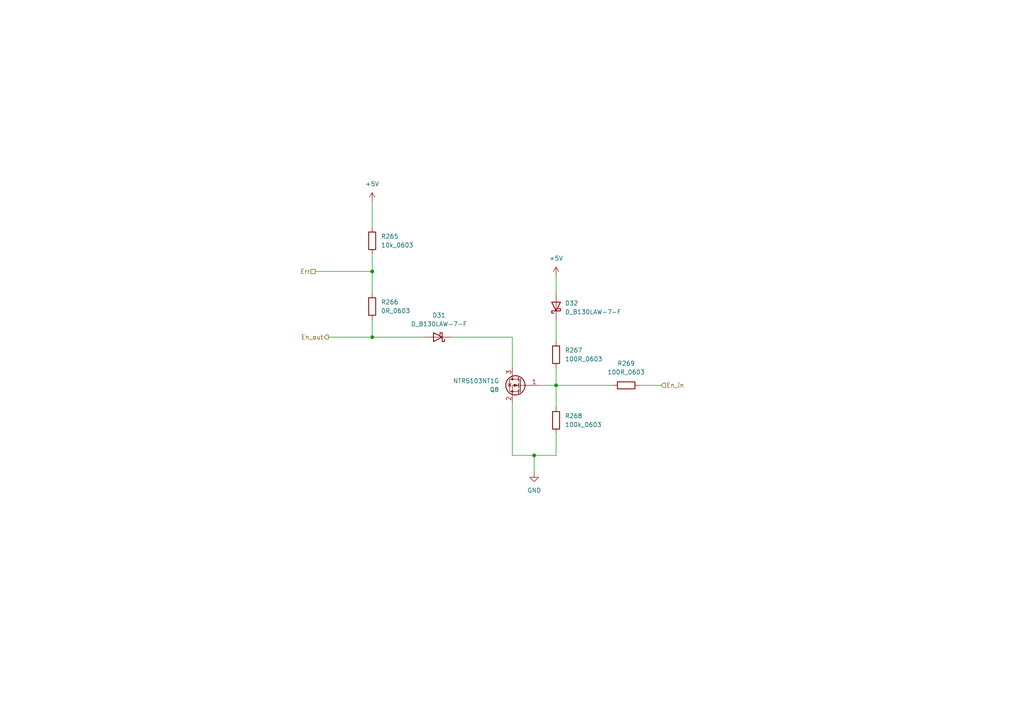
<source format=kicad_sch>
(kicad_sch (version 20250114) (generator "eeschema") (generator_version "9.0")
  (paper "A4")
  (lib_symbols
    (symbol "WLIB_D:D_B130LAW-7-F" (pin_numbers (hide yes)) (pin_names (offset 1.016) (hide yes))
      (property "Reference" "D" (at 0 2.54 0))
      (property "Value" "D_B130LAW-7-F" (at 0 -2.54 0))
      (symbol "D_B130LAW-7-F_0_1"
        (polyline (pts (xy -1.905 0.635) (xy -1.905 1.27) (xy -1.27 1.27) (xy -1.27 -1.27) (xy -0.635 -1.27) (xy -0.635 -0.635)) (stroke (width 0.254)))
        (polyline (pts (xy 1.27 1.27) (xy 1.27 -1.27) (xy -1.27 0) (xy 1.27 1.27)) (stroke (width 0.254)))
        (polyline (pts (xy 1.27 0) (xy -1.27 0)))
      )
      (symbol "D_B130LAW-7-F_1_1"
        (pin passive line (at -3.81 0 0) (length 2.54) (name "K") (number "1"))
        (pin passive line (at 3.81 0 180) (length 2.54) (name "A") (number "2"))
      )
    )
    (symbol "WLIB_Q:NTR5103NT1G" (pin_names (offset 0) (hide yes))
      (property "Reference" "Q" (at 0 6.35 0))
      (property "Value" "NTR5103NT1G" (at 0 3.81 0))
      (symbol "NTR5103NT1G_1_1"
        (polyline (pts (xy -2.54 0) (xy -1.778 0)))
        (polyline (pts (xy -2.286 -1.778) (xy -1.27 -1.778)) (stroke (width 0.254)))
        (polyline (pts (xy -1.905 -2.286) (xy 1.905 -2.286)) (stroke (width 0.254)))
        (circle (center -1.778 0) (radius 0.254) (fill (type outline)))
        (polyline (pts (xy -0.508 0.254) (xy -0.381 0.381) (xy -0.381 1.143) (xy -0.254 1.27)))
        (polyline (pts (xy -0.508 -1.778) (xy 0.508 -1.778)) (stroke (width 0.254)))
        (polyline (pts (xy -0.381 0.762) (xy 0.254 0.381) (xy 0.254 1.143) (xy -0.381 0.762)))
        (circle (center 0 -0.889) (radius 2.794) (stroke (width 0.254)))
        (polyline (pts (xy 0 -1.524) (xy -0.381 -0.508) (xy 0.381 -0.508) (xy 0 -1.524)) (fill (type outline)))
        (polyline (pts (xy 0 -2.286) (xy 0 -5.08)))
        (polyline (pts (xy 1.27 -1.778) (xy 2.286 -1.778)) (stroke (width 0.254)))
        (circle (center 1.778 0) (radius 0.254) (fill (type outline)))
        (polyline (pts (xy 1.778 -1.778) (xy 1.778 0.762) (xy -1.778 0.762) (xy -1.778 -1.778)))
        (polyline (pts (xy 2.54 0) (xy 0 0) (xy 0 -1.778)))
        (pin passive line (at -5.08 0 0) (length 2.54) (name "D") (number "3"))
        (pin input line (at 0 -7.62 90) (length 2.54) (name "G") (number "1"))
        (pin passive line (at 5.08 0 180) (length 2.54) (name "S") (number "2"))
      )
    )
    (symbol "WLIB_R:0R_0603" (pin_numbers (hide yes)) (pin_names (offset 0))
      (property "Reference" "R" (at 2.032 0 90))
      (property "Value" "0R_0603" (at -2.54 0 90))
      (symbol "0R_0603_0_1"
        (rectangle (start -1.016 -2.54) (end 1.016 2.54) (stroke (width 0.254)))
      )
      (symbol "0R_0603_1_1"
        (pin passive line (at 0 3.81 270) (length 1.27) (name "~") (number "1"))
        (pin passive line (at 0 -3.81 90) (length 1.27) (name "~") (number "2"))
      )
    )
    (symbol "WLIB_R:100R_0603" (pin_numbers (hide yes)) (pin_names (offset 0))
      (property "Reference" "R" (at 2.032 0 90))
      (property "Value" "100R_0603" (at -2.54 0 90))
      (symbol "100R_0603_0_1"
        (rectangle (start -1.016 -2.54) (end 1.016 2.54) (stroke (width 0.254)))
      )
      (symbol "100R_0603_1_1"
        (pin passive line (at 0 3.81 270) (length 1.27) (name "~") (number "1"))
        (pin passive line (at 0 -3.81 90) (length 1.27) (name "~") (number "2"))
      )
    )
    (symbol "WLIB_R:100k_0603" (pin_numbers (hide yes)) (pin_names (offset 0))
      (property "Reference" "R" (at 2.032 0 90))
      (property "Value" "100k_0603" (at -2.54 0 90))
      (symbol "100k_0603_0_1"
        (rectangle (start -1.016 -2.54) (end 1.016 2.54) (stroke (width 0.254)))
      )
      (symbol "100k_0603_1_1"
        (pin passive line (at 0 3.81 270) (length 1.27) (name "~") (number "1"))
        (pin passive line (at 0 -3.81 90) (length 1.27) (name "~") (number "2"))
      )
    )
    (symbol "WLIB_R:10k_0603" (pin_numbers (hide yes)) (pin_names (offset 0))
      (property "Reference" "R" (at 2.032 0 90))
      (property "Value" "10k_0603" (at -2.54 0 90))
      (symbol "10k_0603_0_1"
        (rectangle (start -1.016 -2.54) (end 1.016 2.54) (stroke (width 0.254)))
      )
      (symbol "10k_0603_1_1"
        (pin passive line (at 0 3.81 270) (length 1.27) (name "~") (number "1"))
        (pin passive line (at 0 -3.81 90) (length 1.27) (name "~") (number "2"))
      )
    )
    (symbol "power:+5V" (power) (pin_numbers (hide yes)) (pin_names (offset 0) (hide yes))
      (property "Value" "+5V" (at 0 3.556 0))
      (symbol "+5V_0_1"
        (polyline (pts (xy -0.762 1.27) (xy 0 2.54)))
        (polyline (pts (xy 0 2.54) (xy 0.762 1.27)))
        (polyline (pts (xy 0 0) (xy 0 2.54)))
      )
      (symbol "+5V_1_1"
        (pin power_in line (at 0 0 90) (length 0) (name "~") (number "1"))
      )
    )
    (symbol "power:GND" (power) (pin_numbers (hide yes)) (pin_names (offset 0) (hide yes))
      (property "Value" "GND" (at 0 -3.81 0))
      (symbol "GND_0_1"
        (polyline (pts (xy 0 0) (xy 0 -1.27) (xy 1.27 -1.27) (xy 0 -2.54) (xy -1.27 -1.27) (xy 0 -1.27)))
      )
      (symbol "GND_1_1"
        (pin power_in line (at 0 0 270) (length 0) (name "~") (number "1"))
      )
    )
  )
  (junction (at 107.95 97.79))
  (junction (at 161.29 111.76))
  (junction (at 107.95 78.74))
  (junction (at 154.94 132.08))
  (wire (pts (xy 154.94 132.08) (xy 154.94 137.16)))
  (wire (pts (xy 148.59 97.79) (xy 148.59 106.68)))
  (wire (pts (xy 156.21 111.76) (xy 161.29 111.76)))
  (wire (pts (xy 95.25 97.79) (xy 107.95 97.79)))
  (wire (pts (xy 161.29 80.01) (xy 161.29 85.09)))
  (wire (pts (xy 107.95 78.74) (xy 107.95 85.09)))
  (wire (pts (xy 107.95 58.42) (xy 107.95 66.04)))
  (wire (pts (xy 148.59 132.08) (xy 148.59 116.84)))
  (wire (pts (xy 161.29 111.76) (xy 177.8 111.76)))
  (wire (pts (xy 130.81 97.79) (xy 148.59 97.79)))
  (wire (pts (xy 91.44 78.74) (xy 107.95 78.74)))
  (wire (pts (xy 161.29 106.68) (xy 161.29 111.76)))
  (wire (pts (xy 185.42 111.76) (xy 191.77 111.76)))
  (wire (pts (xy 107.95 97.79) (xy 123.19 97.79)))
  (wire (pts (xy 161.29 125.73) (xy 161.29 132.08)))
  (wire (pts (xy 161.29 92.71) (xy 161.29 99.06)))
  (wire (pts (xy 154.94 132.08) (xy 161.29 132.08)))
  (wire (pts (xy 154.94 132.08) (xy 148.59 132.08)))
  (wire (pts (xy 161.29 111.76) (xy 161.29 118.11)))
  (wire (pts (xy 107.95 92.71) (xy 107.95 97.79)))
  (wire (pts (xy 107.95 73.66) (xy 107.95 78.74)))
  (hierarchical_label "En_in" (shape input) (at 191.77 111.76 0))
  (hierarchical_label "Err" (shape passive) (at 91.44 78.74 180))
  (hierarchical_label "En_out" (shape output) (at 95.25 97.79 180))
  (symbol (lib_id "power:+5V") (at 107.95 58.42 0) (unit 1)
    (property "Reference" "#PWR0173" (effects (hide yes)))
    (property "Value" "+5V" (at 107.95 53.34 0))
    (property "Description" "Power symbol creates a global label with name \"+5V\"" (effects (hide yes)))
    (instances (project "FPGA_Board_BA" (path "" (reference "#PWR0240") (unit 1)) (path "" (reference "#PWR0173") (unit 1)) (path "" (reference "#PWR0172") (unit 1)) (path "" (reference "#PWR0231") (unit 1))))
  )
  (symbol (lib_id "power:+5V") (at 161.29 80.01 0) (unit 1)
    (property "Reference" "#PWR0220" (effects (hide yes)))
    (property "Value" "+5V" (at 161.29 74.93 0))
    (property "Description" "Power symbol creates a global label with name \"+5V\"" (effects (hide yes)))
    (instances (project "FPGA_Board_BA" (path "" (reference "#PWR0257") (unit 1)) (path "" (reference "#PWR0220") (unit 1)) (path "" (reference "#PWR0235") (unit 1))))
  )
  (symbol (lib_id "WLIB_R:0R_0603") (at 107.95 88.9 0) (unit 1)
    (property "Reference" "R243" (at 110.49 87.6299 0) (effects (justify left)))
    (property "Value" "0R_0603" (at 110.49 90.1699 0) (effects (justify left)))
    (property "Footprint" "Resistor_SMD:R_0603_1608Metric" (effects (hide yes)))
    (property "Datasheet" "https://www.farnell.com/datasheets/2869757.pdf" (effects (hide yes)))
    (property "Description" "Jumper Resistor" (effects (hide yes)))
    (property "FARNELL" "2309111" (effects (hide yes)))
    (property "Rated Power" "100mW" (effects (hide yes)))
    (instances (project "FPGA_Board_BA" (path "" (reference "R266") (unit 1)) (path "" (reference "R243") (unit 1)) (path "" (reference "R261") (unit 1))))
  )
  (symbol (lib_id "WLIB_R:100k_0603") (at 161.29 121.92 0) (unit 1)
    (property "Reference" "R251" (at 163.83 120.6499 0) (effects (justify left)))
    (property "Value" "100k_0603" (at 163.83 123.1899 0) (effects (justify left)))
    (property "Footprint" "Resistor_SMD:R_0603_1608Metric" (effects (hide yes)))
    (property "Datasheet" "https://www.farnell.com/datasheets/2710391.pdf" (effects (hide yes)))
    (property "Description" "Resistor" (effects (hide yes)))
    (property "FARNELL" "2078921" (effects (hide yes)))
    (property "Power Rating" "100mW" (effects (hide yes)))
    (property "JLCPCB" "    C267258" (effects (hide yes)))
    (instances (project "FPGA_Board_BA" (path "" (reference "R268") (unit 1)) (path "" (reference "R251") (unit 1)) (path "" (reference "R263") (unit 1))))
  )
  (symbol (lib_id "WLIB_R:100R_0603") (at 161.29 102.87 0) (unit 1)
    (property "Reference" "R244" (at 163.83 101.5999 0) (effects (justify left)))
    (property "Value" "100R_0603" (at 163.83 104.1399 0) (effects (justify left)))
    (property "Footprint" "Resistor_SMD:R_0603_1608Metric" (effects (hide yes)))
    (property "Datasheet" "https://www.farnell.com/datasheets/1862611.pdf" (effects (hide yes)))
    (property "Description" "Resistor" (effects (hide yes)))
    (property "FARNELL" "2078901" (effects (hide yes)))
    (property "Rated Power" "100mW" (effects (hide yes)))
    (property "JLCPCB" "C491168" (effects (hide yes)))
    (instances (project "FPGA_Board_BA" (path "" (reference "R267") (unit 1)) (path "" (reference "R244") (unit 1)) (path "" (reference "R262") (unit 1))))
  )
  (symbol (lib_id "WLIB_Q:NTR5103NT1G") (at 148.59 111.76 90) (mirror x) (unit 1)
    (property "Reference" "Q4" (at 144.78 113.0301 90) (effects (justify left)))
    (property "Value" "NTR5103NT1G" (at 144.78 110.4901 90) (effects (justify left)))
    (property "Footprint" "Package_TO_SOT_SMD:SOT-23_Handsoldering" (effects (hide yes)))
    (property "Datasheet" "https://4donline.ihs.com/images/VipMasterIC/IC/ONSM/ONSM-S-A0013300082/ONSM-S-A0013300264-1.pdf?hkey=6D3A4C79FDBF58556ACFDE234799DDF0" (effects (hide yes)))
    (property "Description" "Enhancement Mode Signal N-MOSFET transistor 60V" (effects (hide yes)))
    (property "FARNELL" "2724423" (effects (hide yes)))
    (property "Rated Current" "260mA" (effects (hide yes)))
    (property "Rated Voltage" "60V" (effects (hide yes)))
    (property "Max Gate Source Voltage" "30V" (effects (hide yes)))
    (property "JLCPCB" "C152469" (effects (hide yes)))
    (instances (project "FPGA_Board_BA" (path "" (reference "Q8") (unit 1)) (path "" (reference "Q4") (unit 1)) (path "" (reference "Q3") (unit 1)) (path "" (reference "Q7") (unit 1))))
  )
  (symbol (lib_id "WLIB_D:D_B130LAW-7-F") (at 127 97.79 180) (unit 1)
    (property "Reference" "D27" (at 127.3175 91.44 0))
    (property "Value" "D_B130LAW-7-F" (at 127.3175 93.98 0))
    (property "Footprint" "WLIB_DO:DO_SOD_123" (effects (hide yes)))
    (property "Datasheet" "https://www.farnell.com/datasheets/887879.pdf" (effects (hide yes)))
    (property "Description" "Schottky diode" (effects (hide yes)))
    (property "FARNELL" "1858617" (effects (hide yes)))
    (property "Forward Voltage" "420mV max" (effects (hide yes)))
    (property "Forward Current" "1A" (effects (hide yes)))
    (property "Reverse Voltage" "30V" (effects (hide yes)))
    (property "JLCPCB" "C129191" (effects (hide yes)))
    (instances (project "FPGA_Board_BA" (path "" (reference "D31") (unit 1)) (path "" (reference "D27") (unit 1)) (path "" (reference "D26") (unit 1)) (path "" (reference "D29") (unit 1))))
  )
  (symbol (lib_id "WLIB_R:100R_0603") (at 181.61 111.76 90) (unit 1)
    (property "Reference" "R259" (at 181.61 105.41 90))
    (property "Value" "100R_0603" (at 181.61 107.95 90))
    (property "Footprint" "Resistor_SMD:R_0603_1608Metric" (effects (hide yes)))
    (property "Datasheet" "https://www.farnell.com/datasheets/1862611.pdf" (effects (hide yes)))
    (property "Description" "Resistor" (effects (hide yes)))
    (property "FARNELL" "2078901" (effects (hide yes)))
    (property "Rated Power" "100mW" (effects (hide yes)))
    (property "JLCPCB" "C491168" (effects (hide yes)))
    (instances (project "FPGA_Board_BA" (path "" (reference "R269") (unit 1)) (path "" (reference "R259") (unit 1)) (path "" (reference "R164") (unit 1)) (path "" (reference "R264") (unit 1))))
  )
  (symbol (lib_id "WLIB_D:D_B130LAW-7-F") (at 161.29 88.9 90) (unit 1)
    (property "Reference" "D28" (at 163.83 87.9474 90) (effects (justify right)))
    (property "Value" "D_B130LAW-7-F" (at 163.83 90.4874 90) (effects (justify right)))
    (property "Footprint" "WLIB_DO:DO_SOD_123" (effects (hide yes)))
    (property "Datasheet" "https://www.farnell.com/datasheets/887879.pdf" (effects (hide yes)))
    (property "Description" "Schottky diode" (effects (hide yes)))
    (property "FARNELL" "1858617" (effects (hide yes)))
    (property "Forward Voltage" "420mV max" (effects (hide yes)))
    (property "Forward Current" "1A" (effects (hide yes)))
    (property "Reverse Voltage" "30V" (effects (hide yes)))
    (property "JLCPCB" "C129191" (effects (hide yes)))
    (instances (project "FPGA_Board_BA" (path "" (reference "D32") (unit 1)) (path "" (reference "D28") (unit 1)) (path "" (reference "D30") (unit 1))))
  )
  (symbol (lib_id "WLIB_R:10k_0603") (at 107.95 69.85 0) (unit 1)
    (property "Reference" "R242" (at 110.49 68.5799 0) (effects (justify left)))
    (property "Value" "10k_0603" (at 110.49 71.1199 0) (effects (justify left)))
    (property "Footprint" "Resistor_SMD:R_0603_1608Metric" (effects (hide yes)))
    (property "Datasheet" "https://www.farnell.com/datasheets/2860681.pdf" (effects (hide yes)))
    (property "Description" "Resistor" (effects (hide yes)))
    (property "FARNELL" "2447230" (effects (hide yes)))
    (property "Rated Power" "100mW" (effects (hide yes)))
    (property "JLCPCB" "C25804" (effects (hide yes)))
    (instances (project "FPGA_Board_BA" (path "" (reference "R265") (unit 1)) (path "" (reference "R242") (unit 1)) (path "" (reference "R260") (unit 1))))
  )
  (symbol (lib_id "power:GND") (at 154.94 137.16 0) (unit 1)
    (property "Reference" "#PWR0203" (effects (hide yes)))
    (property "Value" "GND" (at 154.94 142.24 0))
    (property "Description" "Power symbol creates a global label with name \"GND\" , ground" (effects (hide yes)))
    (instances (project "FPGA_Board_BA" (path "" (reference "#PWR0250") (unit 1)) (path "" (reference "#PWR0203") (unit 1)) (path "" (reference "#PWR0232") (unit 1))))
  )
)
</source>
